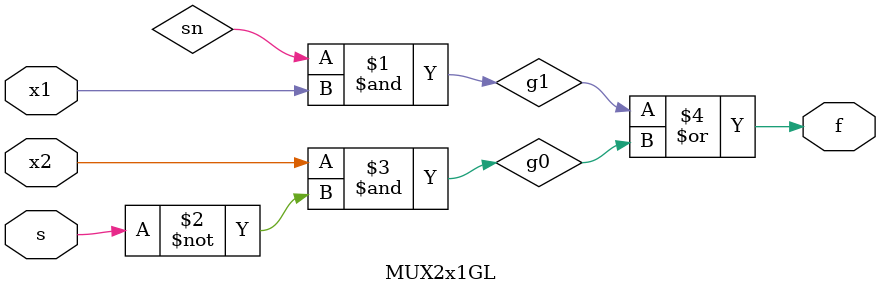
<source format=v>
`timescale 1ns / 1ps


module MUX2x1GL(

    input x1,x2,s,
    output f
     );   
        and A0(g1,sn,x1);
        and A1(g0,x2,~s);
        or O0(f,g1,g0);
             
endmodule

</source>
